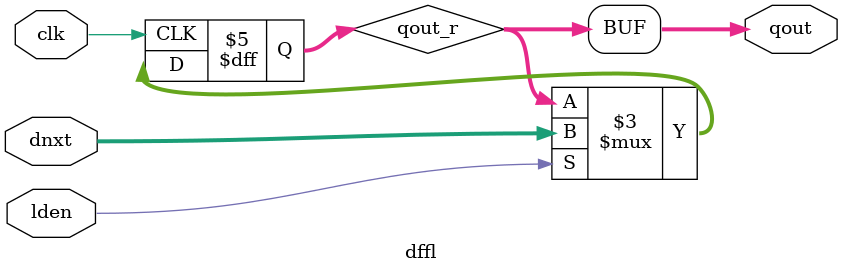
<source format=v>
module dffl # (parameter DW = 32)
 (
  input               lden, 
  input      [DW-1:0] dnxt,
  output     [DW-1:0] qout,
  input               clk 
);
reg [DW-1:0] qout_r;
always @(posedge clk)
begin : DFFL_PROC
  if (lden == 1'b1)
    qout_r <= #1 dnxt;
end
assign qout = qout_r;
endmodule
</source>
